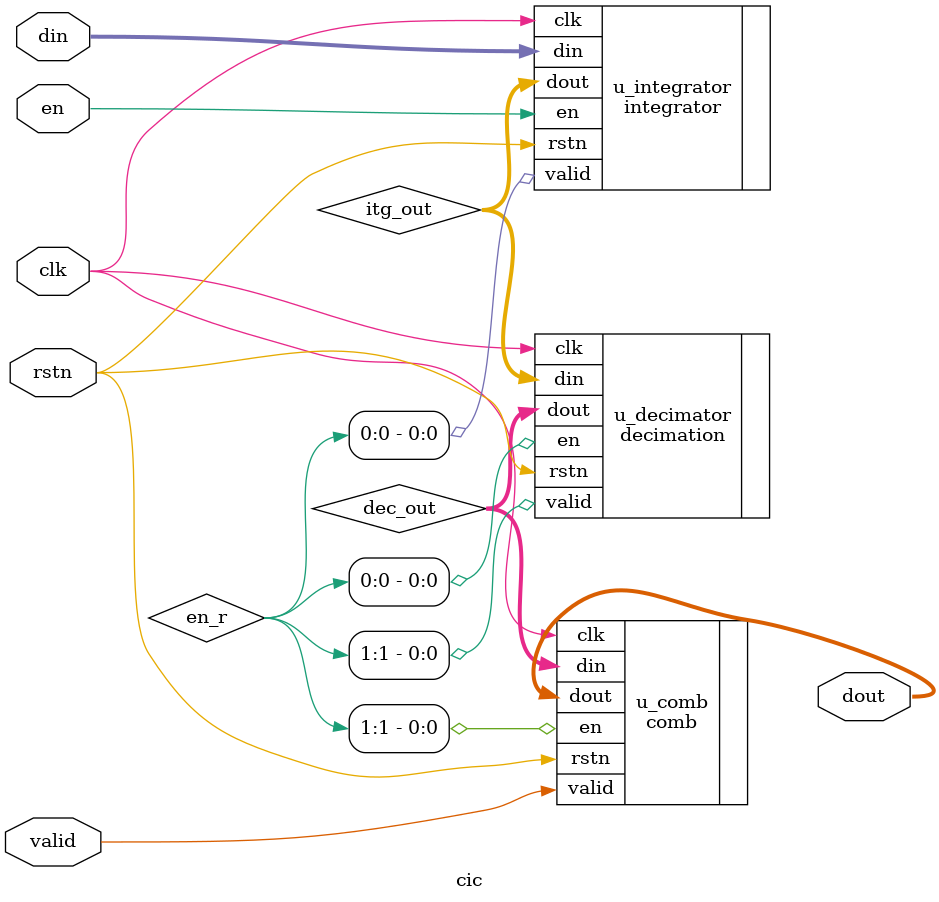
<source format=v>
module cic
    #(parameter NIN  = 12,
      parameter NMAX = 21,
      parameter NOUT = 17)
    (
     input clk,
     input rstn,
     input en,
     input [NIN-1:0] din,
     input valid,
     output [NOUT-1:0] dout);

   wire [NMAX-1:0] itg_out ;
   wire [NMAX-1:0] dec_out ;
   wire [1:0] en_r ;

   integrator #(.NIN(NIN), .NOUT(NMAX))
   u_integrator (
       .clk  (clk),
       .rstn (rstn),
       .en   (en),
       .din  (din),
       .valid(en_r[0]),
       .dout (itg_out));

   decimation #(.NDEC(NMAX))
   u_decimator (
       .clk  (clk),
       .rstn (rstn),
       .en   (en_r[0]),
       .din  (itg_out),
       .dout (dec_out),
       .valid(en_r[1]));

   comb #(.NIN(NMAX), .NOUT(NOUT))
   u_comb (
       .clk  (clk),
       .rstn (rstn),
       .en   (en_r[1]),
       .din  (dec_out),
       .valid(valid),
       .dout (dout));

endmodule

</source>
